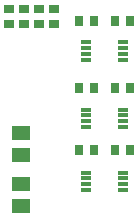
<source format=gbr>
G04 EAGLE Gerber RS-274X export*
G75*
%MOMM*%
%FSLAX34Y34*%
%LPD*%
%INSolderpaste Top*%
%IPPOS*%
%AMOC8*
5,1,8,0,0,1.08239X$1,22.5*%
G01*
%ADD10R,0.850000X0.300000*%
%ADD11R,0.700000X0.900000*%
%ADD12R,0.900000X0.700000*%
%ADD13R,1.500000X1.300000*%


D10*
X108710Y46870D03*
X108710Y41870D03*
X108710Y36870D03*
X108710Y31870D03*
X140210Y31870D03*
X140210Y36870D03*
X140210Y41870D03*
X140210Y46870D03*
X108710Y100210D03*
X108710Y95210D03*
X108710Y90210D03*
X108710Y85210D03*
X140210Y85210D03*
X140210Y90210D03*
X140210Y95210D03*
X140210Y100210D03*
D11*
X102720Y66040D03*
X115720Y66040D03*
X146200Y66040D03*
X133200Y66040D03*
X102720Y118110D03*
X115720Y118110D03*
X146200Y118110D03*
X133200Y118110D03*
D12*
X55880Y172570D03*
X55880Y185570D03*
X43180Y172570D03*
X43180Y185570D03*
X68580Y172570D03*
X68580Y185570D03*
X81280Y172570D03*
X81280Y185570D03*
D10*
X108710Y157360D03*
X108710Y152360D03*
X108710Y147360D03*
X108710Y142360D03*
X140210Y142360D03*
X140210Y147360D03*
X140210Y152360D03*
X140210Y157360D03*
D11*
X102720Y175260D03*
X115720Y175260D03*
X146200Y175260D03*
X133200Y175260D03*
D13*
X53340Y18440D03*
X53340Y37440D03*
X53340Y80620D03*
X53340Y61620D03*
M02*

</source>
